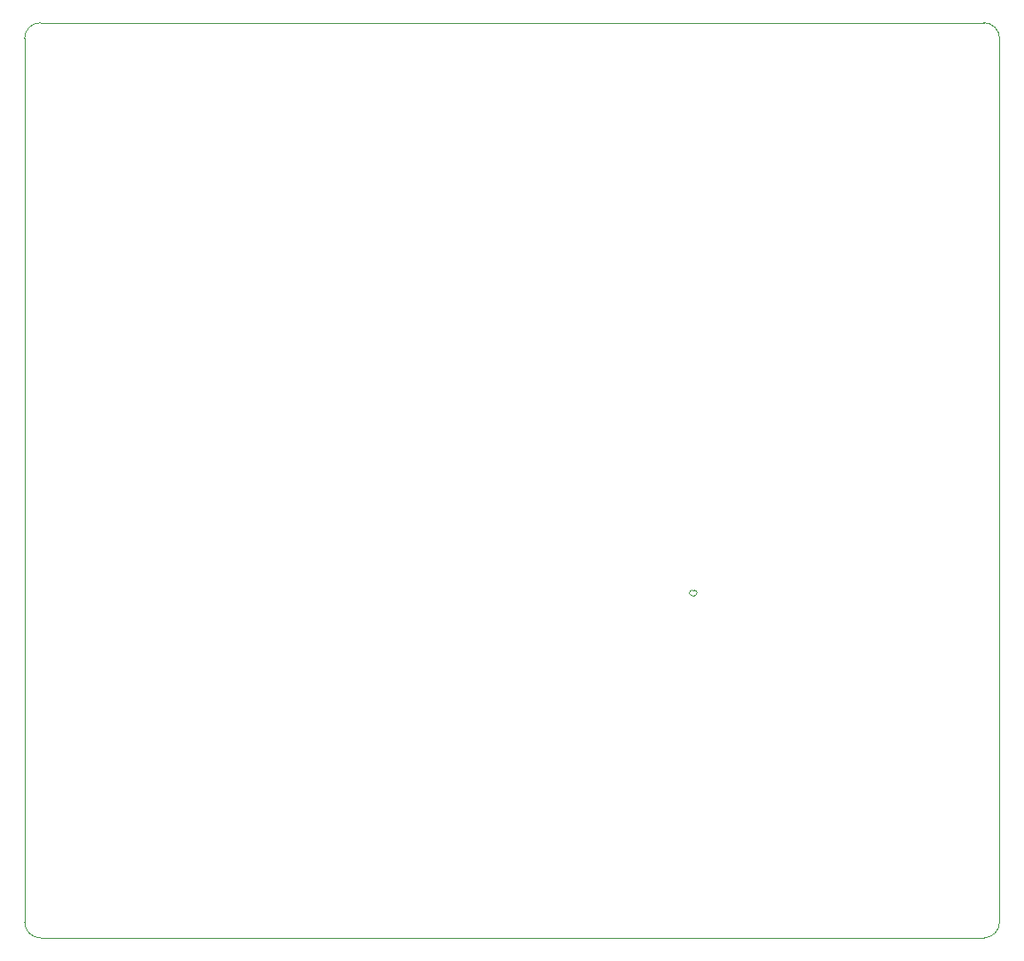
<source format=gm1>
G04 #@! TF.GenerationSoftware,KiCad,Pcbnew,8.0.4*
G04 #@! TF.CreationDate,2024-08-16T00:10:32-05:00*
G04 #@! TF.ProjectId,Codex43,436f6465-7834-4332-9e6b-696361645f70,rev?*
G04 #@! TF.SameCoordinates,Original*
G04 #@! TF.FileFunction,Profile,NP*
%FSLAX46Y46*%
G04 Gerber Fmt 4.6, Leading zero omitted, Abs format (unit mm)*
G04 Created by KiCad (PCBNEW 8.0.4) date 2024-08-16 00:10:32*
%MOMM*%
%LPD*%
G01*
G04 APERTURE LIST*
G04 #@! TA.AperFunction,Profile*
%ADD10C,0.050000*%
G04 #@! TD*
G04 #@! TA.AperFunction,Profile*
%ADD11C,0.010000*%
G04 #@! TD*
G04 APERTURE END LIST*
D10*
X141000000Y-49900000D02*
G75*
G02*
X142500000Y-51400000I0J-1500000D01*
G01*
X49400000Y-51400000D02*
G75*
G02*
X50900000Y-49900000I1500000J0D01*
G01*
X50900000Y-137300000D02*
X141000000Y-137300000D01*
X142500000Y-135800000D02*
G75*
G02*
X141000000Y-137300000I-1500000J0D01*
G01*
X49400000Y-51400000D02*
X49400000Y-135800000D01*
X50900000Y-49900000D02*
X141000000Y-49900000D01*
X142500000Y-51400000D02*
X142500000Y-135800000D01*
X50900000Y-137300000D02*
G75*
G02*
X49400000Y-135800000I0J1500000D01*
G01*
D11*
X113150000Y-104094664D02*
X113350000Y-104094664D01*
X113350000Y-104614664D02*
X113150000Y-104614664D01*
X112890000Y-104354664D02*
G75*
G02*
X113150000Y-104094664I260000J0D01*
G01*
X113150000Y-104614664D02*
G75*
G02*
X112890000Y-104354664I0J260000D01*
G01*
X113350000Y-104094664D02*
G75*
G02*
X113610000Y-104354664I0J-260000D01*
G01*
X113610000Y-104354664D02*
G75*
G02*
X113350000Y-104614664I-260000J0D01*
G01*
M02*

</source>
